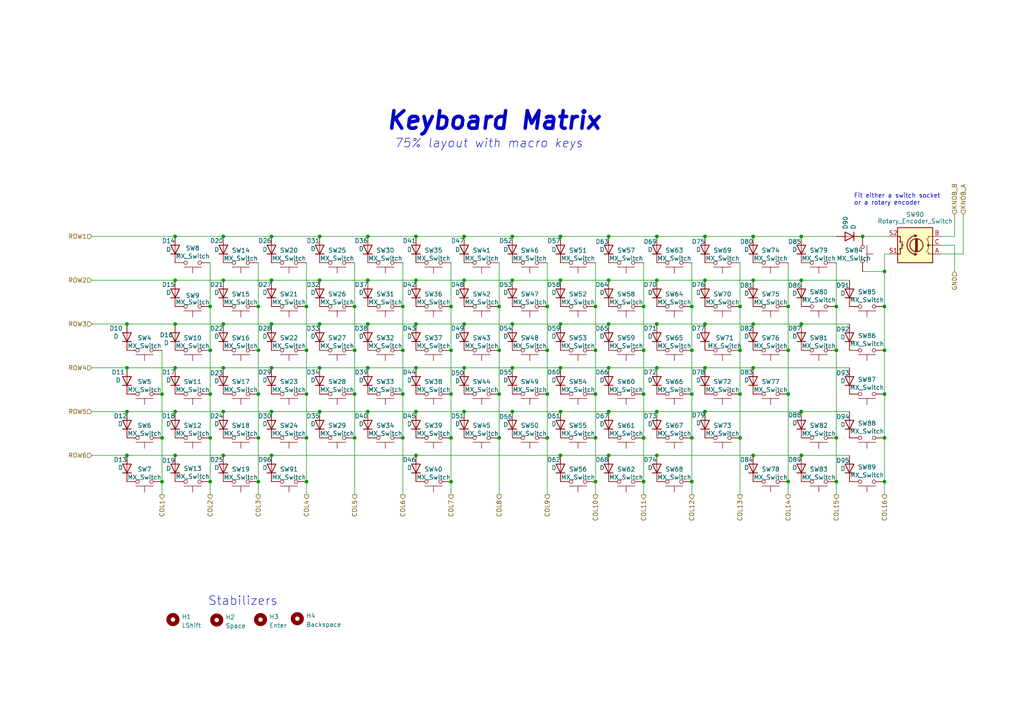
<source format=kicad_sch>
(kicad_sch (version 20211123) (generator eeschema)
  (paper "A4")
  (lib_symbols
    (symbol "Device:D" (pin_numbers hide) (pin_names (offset 1.016) hide)
      (property "Reference" "D" (at 0 2.54 0))
      (property "Value" "D" (at 0 -2.54 0))
      (symbol "D_1_1"
        (pin passive line (at -3.81 0 0) (length 2.54) (name "K") (number "1"))
        (pin passive line (at 3.81 0 180) (length 2.54) (name "A") (number "2"))
      )
    )
    (symbol "Device:RotaryEncoder_Switch" (pin_names (offset 0.254) hide)
      (property "Reference" "SW" (at 0 6.604 0))
      (property "Value" "RotaryEncoder_Switch" (at 0 -6.604 0))
      (symbol "RotaryEncoder_Switch_1_1"
        (pin passive line (at -7.62 2.54 0) (length 2.54) (name "A") (number "A"))
        (pin passive line (at -7.62 -2.54 0) (length 2.54) (name "B") (number "B"))
        (pin passive line (at -7.62 0 0) (length 2.54) (name "C") (number "C"))
        (pin passive line (at 7.62 2.54 180) (length 2.54) (name "S1") (number "S1"))
        (pin passive line (at 7.62 -2.54 180) (length 2.54) (name "S2") (number "S2"))
      )
    )
    (symbol "Mechanical:MountingHole" (pin_names (offset 1.016))
      (property "Reference" "H" (at 0 5.08 0))
      (property "Value" "MountingHole" (at 0 3.175 0))
    )
    (symbol "Switch:SW_Push" (pin_numbers hide) (pin_names (offset 1.016) hide)
      (property "Reference" "SW" (at 1.27 2.54 0))
      (property "Value" "SW_Push" (at 0 -1.524 0))
      (symbol "SW_Push_0_1"
        (pin passive line (at -5.08 0 0) (length 2.54) (name "1") (number "1"))
        (pin passive line (at 5.08 0 180) (length 2.54) (name "2") (number "2"))
      )
    )
  )
  (junction (at 256.54 88.9))
  (junction (at 250.19 68.58))
  (junction (at 228.6 114.3))
  (junction (at 60.96 88.9))
  (junction (at 176.53 93.98))
  (junction (at 148.59 93.98))
  (junction (at 172.72 88.9))
  (junction (at 172.72 127))
  (junction (at 92.71 68.58))
  (junction (at 242.57 101.6))
  (junction (at 200.66 114.3))
  (junction (at 228.6 101.6))
  (junction (at 176.53 132.08))
  (junction (at 116.84 114.3))
  (junction (at 36.83 106.68))
  (junction (at 144.78 101.6))
  (junction (at 120.65 81.28))
  (junction (at 256.54 114.3))
  (junction (at 232.41 68.58))
  (junction (at 148.59 68.58))
  (junction (at 64.77 132.08))
  (junction (at 106.68 106.68))
  (junction (at 36.83 132.08))
  (junction (at 60.96 101.6))
  (junction (at 74.93 88.9))
  (junction (at 204.47 81.28))
  (junction (at 158.75 101.6))
  (junction (at 176.53 106.68))
  (junction (at 106.68 81.28))
  (junction (at 130.81 127))
  (junction (at 176.53 119.38))
  (junction (at 134.62 93.98))
  (junction (at 200.66 88.9))
  (junction (at 134.62 106.68))
  (junction (at 46.99 139.7))
  (junction (at 162.56 81.28))
  (junction (at 232.41 93.98))
  (junction (at 200.66 127))
  (junction (at 256.54 101.6))
  (junction (at 50.8 106.68))
  (junction (at 50.8 132.08))
  (junction (at 102.87 127))
  (junction (at 88.9 114.3))
  (junction (at 88.9 127))
  (junction (at 162.56 119.38))
  (junction (at 204.47 68.58))
  (junction (at 130.81 139.7))
  (junction (at 190.5 106.68))
  (junction (at 172.72 139.7))
  (junction (at 116.84 101.6))
  (junction (at 60.96 139.7))
  (junction (at 92.71 81.28))
  (junction (at 218.44 106.68))
  (junction (at 64.77 81.28))
  (junction (at 190.5 68.58))
  (junction (at 134.62 81.28))
  (junction (at 106.68 68.58))
  (junction (at 130.81 88.9))
  (junction (at 36.83 93.98))
  (junction (at 60.96 114.3))
  (junction (at 242.57 139.7))
  (junction (at 162.56 106.68))
  (junction (at 130.81 114.3))
  (junction (at 74.93 127))
  (junction (at 120.65 93.98))
  (junction (at 64.77 93.98))
  (junction (at 88.9 139.7))
  (junction (at 50.8 119.38))
  (junction (at 120.65 132.08))
  (junction (at 232.41 81.28))
  (junction (at 218.44 81.28))
  (junction (at 74.93 139.7))
  (junction (at 148.59 81.28))
  (junction (at 106.68 93.98))
  (junction (at 200.66 101.6))
  (junction (at 204.47 119.38))
  (junction (at 78.74 132.08))
  (junction (at 46.99 114.3))
  (junction (at 232.41 119.38))
  (junction (at 120.65 119.38))
  (junction (at 242.57 88.9))
  (junction (at 232.41 132.08))
  (junction (at 228.6 88.9))
  (junction (at 116.84 88.9))
  (junction (at 190.5 119.38))
  (junction (at 214.63 127))
  (junction (at 162.56 68.58))
  (junction (at 186.69 139.7))
  (junction (at 172.72 114.3))
  (junction (at 50.8 93.98))
  (junction (at 46.99 127))
  (junction (at 64.77 68.58))
  (junction (at 186.69 127))
  (junction (at 148.59 106.68))
  (junction (at 256.54 78.74))
  (junction (at 158.75 114.3))
  (junction (at 162.56 93.98))
  (junction (at 218.44 68.58))
  (junction (at 50.8 68.58))
  (junction (at 102.87 88.9))
  (junction (at 134.62 68.58))
  (junction (at 218.44 93.98))
  (junction (at 176.53 81.28))
  (junction (at 92.71 93.98))
  (junction (at 78.74 81.28))
  (junction (at 256.54 127))
  (junction (at 74.93 114.3))
  (junction (at 134.62 119.38))
  (junction (at 172.72 101.6))
  (junction (at 190.5 132.08))
  (junction (at 88.9 88.9))
  (junction (at 36.83 119.38))
  (junction (at 78.74 106.68))
  (junction (at 218.44 132.08))
  (junction (at 256.54 139.7))
  (junction (at 214.63 101.6))
  (junction (at 204.47 93.98))
  (junction (at 162.56 132.08))
  (junction (at 106.68 119.38))
  (junction (at 92.71 106.68))
  (junction (at 130.81 101.6))
  (junction (at 120.65 68.58))
  (junction (at 176.53 68.58))
  (junction (at 214.63 114.3))
  (junction (at 204.47 106.68))
  (junction (at 144.78 127))
  (junction (at 214.63 88.9))
  (junction (at 144.78 88.9))
  (junction (at 64.77 106.68))
  (junction (at 74.93 101.6))
  (junction (at 78.74 93.98))
  (junction (at 78.74 119.38))
  (junction (at 186.69 114.3))
  (junction (at 228.6 139.7))
  (junction (at 242.57 127))
  (junction (at 102.87 101.6))
  (junction (at 158.75 88.9))
  (junction (at 186.69 101.6))
  (junction (at 190.5 93.98))
  (junction (at 144.78 114.3))
  (junction (at 186.69 88.9))
  (junction (at 158.75 127))
  (junction (at 60.96 127))
  (junction (at 120.65 106.68))
  (junction (at 148.59 119.38))
  (junction (at 200.66 139.7))
  (junction (at 92.71 119.38))
  (junction (at 190.5 81.28))
  (junction (at 78.74 68.58))
  (junction (at 88.9 101.6))
  (junction (at 116.84 127))
  (junction (at 64.77 119.38))
  (junction (at 50.8 81.28))
  (junction (at 102.87 114.3))
  (wire (pts (xy 256.54 127) (xy 256.54 139.7)))
  (wire (pts (xy 158.75 114.3) (xy 158.75 127)))
  (wire (pts (xy 256.54 78.74) (xy 256.54 73.66)))
  (wire (pts (xy 134.62 119.38) (xy 148.59 119.38)))
  (wire (pts (xy 50.8 106.68) (xy 64.77 106.68)))
  (wire (pts (xy 158.75 127) (xy 158.75 143.51)))
  (wire (pts (xy 60.96 139.7) (xy 60.96 143.51)))
  (wire (pts (xy 200.66 127) (xy 200.66 139.7)))
  (wire (pts (xy 74.93 101.6) (xy 74.93 114.3)))
  (wire (pts (xy 120.65 93.98) (xy 134.62 93.98)))
  (wire (pts (xy 276.86 68.58) (xy 273.05 68.58)))
  (wire (pts (xy 232.41 132.08) (xy 246.38 132.08)))
  (wire (pts (xy 186.69 114.3) (xy 186.69 127)))
  (wire (pts (xy 78.74 81.28) (xy 92.71 81.28)))
  (wire (pts (xy 64.77 68.58) (xy 78.74 68.58)))
  (wire (pts (xy 176.53 68.58) (xy 190.5 68.58)))
  (wire (pts (xy 204.47 119.38) (xy 232.41 119.38)))
  (wire (pts (xy 172.72 101.6) (xy 172.72 114.3)))
  (wire (pts (xy 134.62 68.58) (xy 148.59 68.58)))
  (wire (pts (xy 26.67 93.98) (xy 36.83 93.98)))
  (wire (pts (xy 50.8 68.58) (xy 64.77 68.58)))
  (wire (pts (xy 36.83 93.98) (xy 50.8 93.98)))
  (wire (pts (xy 186.69 88.9) (xy 186.69 101.6)))
  (wire (pts (xy 204.47 93.98) (xy 218.44 93.98)))
  (wire (pts (xy 242.57 76.2) (xy 242.57 88.9)))
  (wire (pts (xy 190.5 81.28) (xy 204.47 81.28)))
  (wire (pts (xy 74.93 127) (xy 74.93 139.7)))
  (wire (pts (xy 92.71 68.58) (xy 106.68 68.58)))
  (wire (pts (xy 74.93 139.7) (xy 74.93 143.51)))
  (wire (pts (xy 256.54 73.66) (xy 257.81 73.66)))
  (wire (pts (xy 228.6 88.9) (xy 228.6 101.6)))
  (wire (pts (xy 176.53 106.68) (xy 190.5 106.68)))
  (wire (pts (xy 273.05 71.12) (xy 276.86 71.12)))
  (wire (pts (xy 200.66 76.2) (xy 200.66 88.9)))
  (wire (pts (xy 218.44 93.98) (xy 232.41 93.98)))
  (wire (pts (xy 204.47 81.28) (xy 218.44 81.28)))
  (wire (pts (xy 144.78 76.2) (xy 144.78 88.9)))
  (wire (pts (xy 190.5 119.38) (xy 204.47 119.38)))
  (wire (pts (xy 116.84 101.6) (xy 116.84 114.3)))
  (wire (pts (xy 144.78 127) (xy 144.78 143.51)))
  (wire (pts (xy 256.54 88.9) (xy 256.54 101.6)))
  (wire (pts (xy 64.77 93.98) (xy 78.74 93.98)))
  (wire (pts (xy 214.63 114.3) (xy 214.63 127)))
  (wire (pts (xy 26.67 132.08) (xy 36.83 132.08)))
  (wire (pts (xy 242.57 101.6) (xy 242.57 127)))
  (wire (pts (xy 134.62 81.28) (xy 148.59 81.28)))
  (wire (pts (xy 214.63 76.2) (xy 214.63 88.9)))
  (wire (pts (xy 148.59 106.68) (xy 162.56 106.68)))
  (wire (pts (xy 232.41 119.38) (xy 246.38 119.38)))
  (wire (pts (xy 250.19 68.58) (xy 257.81 68.58)))
  (wire (pts (xy 78.74 68.58) (xy 92.71 68.58)))
  (wire (pts (xy 60.96 127) (xy 60.96 139.7)))
  (wire (pts (xy 162.56 106.68) (xy 176.53 106.68)))
  (wire (pts (xy 200.66 101.6) (xy 200.66 114.3)))
  (wire (pts (xy 148.59 81.28) (xy 162.56 81.28)))
  (wire (pts (xy 106.68 81.28) (xy 120.65 81.28)))
  (wire (pts (xy 214.63 88.9) (xy 214.63 101.6)))
  (wire (pts (xy 130.81 139.7) (xy 130.81 143.51)))
  (wire (pts (xy 116.84 76.2) (xy 116.84 88.9)))
  (wire (pts (xy 256.54 114.3) (xy 256.54 127)))
  (wire (pts (xy 176.53 81.28) (xy 190.5 81.28)))
  (wire (pts (xy 50.8 132.08) (xy 64.77 132.08)))
  (wire (pts (xy 130.81 76.2) (xy 130.81 88.9)))
  (wire (pts (xy 88.9 88.9) (xy 88.9 101.6)))
  (wire (pts (xy 46.99 127) (xy 46.99 139.7)))
  (wire (pts (xy 204.47 106.68) (xy 218.44 106.68)))
  (wire (pts (xy 204.47 68.58) (xy 218.44 68.58)))
  (wire (pts (xy 120.65 119.38) (xy 134.62 119.38)))
  (wire (pts (xy 176.53 132.08) (xy 190.5 132.08)))
  (wire (pts (xy 60.96 114.3) (xy 60.96 127)))
  (wire (pts (xy 74.93 88.9) (xy 74.93 101.6)))
  (wire (pts (xy 148.59 119.38) (xy 162.56 119.38)))
  (wire (pts (xy 92.71 81.28) (xy 106.68 81.28)))
  (wire (pts (xy 102.87 88.9) (xy 102.87 101.6)))
  (wire (pts (xy 88.9 114.3) (xy 88.9 127)))
  (wire (pts (xy 92.71 106.68) (xy 106.68 106.68)))
  (wire (pts (xy 162.56 119.38) (xy 176.53 119.38)))
  (wire (pts (xy 116.84 127) (xy 116.84 143.51)))
  (wire (pts (xy 60.96 101.6) (xy 60.96 114.3)))
  (wire (pts (xy 64.77 106.68) (xy 78.74 106.68)))
  (wire (pts (xy 186.69 143.51) (xy 186.69 139.7)))
  (wire (pts (xy 172.72 88.9) (xy 172.72 101.6)))
  (wire (pts (xy 50.8 81.28) (xy 64.77 81.28)))
  (wire (pts (xy 232.41 81.28) (xy 246.38 81.28)))
  (wire (pts (xy 148.59 93.98) (xy 162.56 93.98)))
  (wire (pts (xy 242.57 88.9) (xy 242.57 101.6)))
  (wire (pts (xy 46.99 143.51) (xy 46.99 139.7)))
  (wire (pts (xy 256.54 139.7) (xy 256.54 143.51)))
  (wire (pts (xy 102.87 101.6) (xy 102.87 114.3)))
  (wire (pts (xy 106.68 68.58) (xy 120.65 68.58)))
  (wire (pts (xy 130.81 114.3) (xy 130.81 127)))
  (wire (pts (xy 162.56 68.58) (xy 176.53 68.58)))
  (wire (pts (xy 102.87 114.3) (xy 102.87 127)))
  (wire (pts (xy 256.54 101.6) (xy 256.54 114.3)))
  (wire (pts (xy 26.67 106.68) (xy 36.83 106.68)))
  (wire (pts (xy 218.44 106.68) (xy 246.38 106.68)))
  (wire (pts (xy 186.69 127) (xy 186.69 139.7)))
  (wire (pts (xy 279.4 62.23) (xy 279.4 73.66)))
  (wire (pts (xy 130.81 101.6) (xy 130.81 114.3)))
  (wire (pts (xy 102.87 76.2) (xy 102.87 88.9)))
  (wire (pts (xy 162.56 132.08) (xy 176.53 132.08)))
  (wire (pts (xy 130.81 127) (xy 130.81 139.7)))
  (wire (pts (xy 176.53 119.38) (xy 190.5 119.38)))
  (wire (pts (xy 74.93 114.3) (xy 74.93 127)))
  (wire (pts (xy 228.6 101.6) (xy 228.6 114.3)))
  (wire (pts (xy 276.86 71.12) (xy 276.86 78.74)))
  (wire (pts (xy 46.99 101.6) (xy 46.99 114.3)))
  (wire (pts (xy 276.86 62.23) (xy 276.86 68.58)))
  (wire (pts (xy 256.54 78.74) (xy 256.54 88.9)))
  (wire (pts (xy 46.99 114.3) (xy 46.99 127)))
  (wire (pts (xy 106.68 119.38) (xy 120.65 119.38)))
  (wire (pts (xy 88.9 76.2) (xy 88.9 88.9)))
  (wire (pts (xy 106.68 106.68) (xy 120.65 106.68)))
  (wire (pts (xy 228.6 76.2) (xy 228.6 88.9)))
  (wire (pts (xy 190.5 93.98) (xy 204.47 93.98)))
  (wire (pts (xy 218.44 81.28) (xy 232.41 81.28)))
  (wire (pts (xy 102.87 127) (xy 102.87 143.51)))
  (wire (pts (xy 279.4 73.66) (xy 273.05 73.66)))
  (wire (pts (xy 36.83 132.08) (xy 50.8 132.08)))
  (wire (pts (xy 232.41 93.98) (xy 246.38 93.98)))
  (wire (pts (xy 88.9 139.7) (xy 88.9 143.51)))
  (wire (pts (xy 158.75 76.2) (xy 158.75 88.9)))
  (wire (pts (xy 88.9 127) (xy 88.9 139.7)))
  (wire (pts (xy 186.69 76.2) (xy 186.69 88.9)))
  (wire (pts (xy 176.53 93.98) (xy 190.5 93.98)))
  (wire (pts (xy 190.5 106.68) (xy 204.47 106.68)))
  (wire (pts (xy 190.5 132.08) (xy 218.44 132.08)))
  (wire (pts (xy 116.84 114.3) (xy 116.84 127)))
  (wire (pts (xy 172.72 139.7) (xy 172.72 143.51)))
  (wire (pts (xy 50.8 119.38) (xy 64.77 119.38)))
  (wire (pts (xy 200.66 88.9) (xy 200.66 101.6)))
  (wire (pts (xy 190.5 68.58) (xy 204.47 68.58)))
  (wire (pts (xy 64.77 81.28) (xy 78.74 81.28)))
  (wire (pts (xy 214.63 127) (xy 214.63 143.51)))
  (wire (pts (xy 134.62 93.98) (xy 148.59 93.98)))
  (wire (pts (xy 74.93 76.2) (xy 74.93 88.9)))
  (wire (pts (xy 106.68 93.98) (xy 120.65 93.98)))
  (wire (pts (xy 134.62 106.68) (xy 148.59 106.68)))
  (wire (pts (xy 116.84 88.9) (xy 116.84 101.6)))
  (wire (pts (xy 92.71 93.98) (xy 106.68 93.98)))
  (wire (pts (xy 50.8 93.98) (xy 64.77 93.98)))
  (wire (pts (xy 64.77 119.38) (xy 78.74 119.38)))
  (wire (pts (xy 144.78 101.6) (xy 144.78 114.3)))
  (wire (pts (xy 172.72 76.2) (xy 172.72 88.9)))
  (wire (pts (xy 218.44 132.08) (xy 232.41 132.08)))
  (wire (pts (xy 144.78 88.9) (xy 144.78 101.6)))
  (wire (pts (xy 228.6 139.7) (xy 228.6 143.51)))
  (wire (pts (xy 242.57 127) (xy 242.57 139.7)))
  (wire (pts (xy 26.67 81.28) (xy 50.8 81.28)))
  (wire (pts (xy 78.74 106.68) (xy 92.71 106.68)))
  (wire (pts (xy 250.19 78.74) (xy 256.54 78.74)))
  (wire (pts (xy 130.81 88.9) (xy 130.81 101.6)))
  (wire (pts (xy 144.78 114.3) (xy 144.78 127)))
  (wire (pts (xy 78.74 119.38) (xy 92.71 119.38)))
  (wire (pts (xy 200.66 114.3) (xy 200.66 127)))
  (wire (pts (xy 158.75 101.6) (xy 158.75 114.3)))
  (wire (pts (xy 200.66 139.7) (xy 200.66 143.51)))
  (wire (pts (xy 64.77 132.08) (xy 78.74 132.08)))
  (wire (pts (xy 214.63 101.6) (xy 214.63 114.3)))
  (wire (pts (xy 218.44 68.58) (xy 232.41 68.58)))
  (wire (pts (xy 26.67 68.58) (xy 50.8 68.58)))
  (wire (pts (xy 26.67 119.38) (xy 36.83 119.38)))
  (wire (pts (xy 60.96 76.2) (xy 60.96 88.9)))
  (wire (pts (xy 228.6 114.3) (xy 228.6 139.7)))
  (wire (pts (xy 36.83 119.38) (xy 50.8 119.38)))
  (wire (pts (xy 92.71 119.38) (xy 106.68 119.38)))
  (wire (pts (xy 158.75 88.9) (xy 158.75 101.6)))
  (wire (pts (xy 36.83 106.68) (xy 50.8 106.68)))
  (wire (pts (xy 232.41 68.58) (xy 242.57 68.58)))
  (wire (pts (xy 120.65 81.28) (xy 134.62 81.28)))
  (wire (pts (xy 120.65 106.68) (xy 134.62 106.68)))
  (wire (pts (xy 78.74 132.08) (xy 120.65 132.08)))
  (wire (pts (xy 78.74 93.98) (xy 92.71 93.98)))
  (wire (pts (xy 172.72 114.3) (xy 172.72 127)))
  (wire (pts (xy 162.56 81.28) (xy 176.53 81.28)))
  (wire (pts (xy 186.69 101.6) (xy 186.69 114.3)))
  (wire (pts (xy 242.57 139.7) (xy 242.57 143.51)))
  (wire (pts (xy 60.96 88.9) (xy 60.96 101.6)))
  (wire (pts (xy 162.56 93.98) (xy 176.53 93.98)))
  (wire (pts (xy 88.9 101.6) (xy 88.9 114.3)))
  (wire (pts (xy 172.72 127) (xy 172.72 139.7)))
  (wire (pts (xy 120.65 68.58) (xy 134.62 68.58)))
  (wire (pts (xy 148.59 68.58) (xy 162.56 68.58)))
  (wire (pts (xy 120.65 132.08) (xy 162.56 132.08)))
  (text "75% layout with macro keys" (at 114.3 43.18 0) (effects (font (size 2.54 2.54) italic) (justify left bottom)))
  (text "Stabilizers" (at 60.325 175.895 0) (effects (font (size 2.54 2.54)) (justify left bottom)))
  (text "Fit either a switch socket\nor a rotary encoder" (at 247.65 59.69 0) (effects (font (size 1.27 1.27)) (justify left bottom)))
  (text "Keyboard Matrix" (at 111.76 38.1 0) (effects (font (size 5.08 5.08) (thickness 1.016) bold italic) (justify left bottom)))
  (hierarchical_label "ROW2" (shape input) (at 26.67 81.28 180))
  (hierarchical_label "COL8" (shape output) (at 144.78 143.51 270))
  (hierarchical_label "ROW3" (shape input) (at 26.67 93.98 180))
  (hierarchical_label "COL1" (shape output) (at 46.99 143.51 270))
  (hierarchical_label "COL15" (shape output) (at 242.57 143.51 270))
  (hierarchical_label "COL5" (shape output) (at 102.87 143.51 270))
  (hierarchical_label "KNOB_A" (shape input) (at 279.4 62.23 90))
  (hierarchical_label "COL7" (shape output) (at 130.81 143.51 270))
  (hierarchical_label "COL9" (shape output) (at 158.75 143.51 270))
  (hierarchical_label "COL10" (shape output) (at 172.72 143.51 270))
  (hierarchical_label "COL3" (shape output) (at 74.93 143.51 270))
  (hierarchical_label "COL11" (shape output) (at 186.69 143.51 270))
  (hierarchical_label "COL16" (shape output) (at 256.54 143.51 270))
  (hierarchical_label "COL2" (shape output) (at 60.96 143.51 270))
  (hierarchical_label "COL13" (shape output) (at 214.63 143.51 270))
  (hierarchical_label "COL14" (shape output) (at 228.6 143.51 270))
  (hierarchical_label "ROW5" (shape input) (at 26.67 119.38 180))
  (hierarchical_label "COL6" (shape output) (at 116.84 143.51 270))
  (hierarchical_label "COL4" (shape output) (at 88.9 143.51 270))
  (hierarchical_label "KNOB_B" (shape input) (at 276.86 62.23 90))
  (hierarchical_label "ROW1" (shape input) (at 26.67 68.58 180))
  (hierarchical_label "COL12" (shape output) (at 200.66 143.51 270))
  (hierarchical_label "ROW4" (shape input) (at 26.67 106.68 180))
  (hierarchical_label "GND" (shape input) (at 276.86 78.74 270))
  (hierarchical_label "ROW6" (shape input) (at 26.67 132.08 180))
  (symbol (lib_id "Switch:SW_Push") (at 181.61 139.7 180) (unit 1)
    (property "Reference" "SW62" (at 181.61 136.1186 0))
    (property "Value" "MX_Switch" (at 181.61 138.43 0))
    (property "Footprint" "Switch_Keyboard_Kailh:SW_Hotswap_Kailh_MX_plated_1.00u" (effects hide))
    (property "LSCS" "C5156480" (effects hide))
  )
  (symbol (lib_id "Switch:SW_Push") (at 153.67 127 180) (unit 1)
    (property "Reference" "SW50" (at 153.67 123.4186 0))
    (property "Value" "MX_Switch" (at 153.67 125.73 0))
    (property "Footprint" "Switch_Keyboard_Kailh:SW_Hotswap_Kailh_MX_plated_1.00u" (effects hide))
    (property "LSCS" "C5156480" (effects hide))
  )
  (symbol (lib_id "Switch:SW_Push") (at 181.61 114.3 180) (unit 1)
    (property "Reference" "SW60" (at 181.61 110.7186 0))
    (property "Value" "MX_Switch" (at 181.61 113.03 0))
    (property "Footprint" "Switch_Keyboard_Kailh:SW_Hotswap_Kailh_MX_plated_1.00u" (effects hide))
    (property "LSCS" "C5156480" (effects hide))
  )
  (symbol (lib_id "Device:D") (at 36.83 123.19 90) (unit 1)
    (property "Reference" "D12" (at 34.925 120.65 90))
    (property "Value" "D" (at 34.925 122.9614 90))
    (property "Footprint" "Diode_SMD:D_SOD-323" (effects hide))
    (property "LSCS" "C2128" (effects hide))
  )
  (symbol (lib_id "Device:D") (at 50.8 72.39 90) (unit 1)
    (property "Reference" "D14" (at 48.895 69.85 90))
    (property "Value" "D" (at 48.895 72.39 90))
    (property "Footprint" "Diode_SMD:D_SOD-323" (effects hide))
    (property "LSCS" "C2128" (effects hide))
  )
  (symbol (lib_id "Switch:SW_Push") (at 167.64 101.6 180) (unit 1)
    (property "Reference" "SW53" (at 167.64 98.0186 0))
    (property "Value" "MX_Switch" (at 167.64 100.33 0))
    (property "Footprint" "Switch_Keyboard_Kailh:SW_Hotswap_Kailh_MX_plated_1.00u" (effects hide))
    (property "LSCS" "C5156480" (effects hide))
  )
  (symbol (lib_id "Device:D") (at 162.56 110.49 90) (unit 1)
    (property "Reference" "D60" (at 160.655 107.95 90))
    (property "Value" "D" (at 160.655 110.2614 90))
    (property "Footprint" "Diode_SMD:D_SOD-323" (effects hide))
    (property "LSCS" "C2128" (effects hide))
  )
  (symbol (lib_id "Switch:SW_Push") (at 223.52 88.9 180) (unit 1)
    (property "Reference" "SW75" (at 223.52 85.3186 0))
    (property "Value" "MX_Switch" (at 223.52 87.63 0))
    (property "Footprint" "Switch_Keyboard_Kailh:SW_Hotswap_Kailh_MX_plated_1.00u" (effects hide))
    (property "LSCS" "C5156480" (effects hide))
  )
  (symbol (lib_id "Device:D") (at 120.65 123.19 90) (unit 1)
    (property "Reference" "D45" (at 118.745 120.65 90))
    (property "Value" "D" (at 118.745 122.9614 90))
    (property "Footprint" "Diode_SMD:D_SOD-323" (effects hide))
    (property "LSCS" "C2128" (effects hide))
  )
  (symbol (lib_id "Switch:SW_Push") (at 111.76 127 180) (unit 1)
    (property "Reference" "SW34" (at 111.76 123.4186 0))
    (property "Value" "MX_Switch" (at 111.76 125.73 0))
    (property "Footprint" "Switch_Keyboard_Kailh:SW_Hotswap_Kailh_MX_plated_1.00u" (effects hide))
    (property "LSCS" "C5156480" (effects hide))
  )
  (symbol (lib_id "Switch:SW_Push") (at 111.76 101.6 180) (unit 1)
    (property "Reference" "SW32" (at 111.76 98.0186 0))
    (property "Value" "MX_Switch" (at 111.76 100.33 0))
    (property "Footprint" "Switch_Keyboard_Kailh:SW_Hotswap_Kailh_MX_plated_1.00u" (effects hide))
    (property "LSCS" "C5156480" (effects hide))
  )
  (symbol (lib_id "Device:D") (at 218.44 110.49 90) (unit 1)
    (property "Reference" "D83" (at 216.535 107.95 90))
    (property "Value" "D" (at 216.535 110.2614 90))
    (property "Footprint" "Diode_SMD:D_SOD-323" (effects hide))
    (property "LSCS" "C2128" (effects hide))
  )
  (symbol (lib_id "Device:D") (at 232.41 72.39 90) (unit 1)
    (property "Reference" "D85" (at 230.505 70.0786 90))
    (property "Value" "D" (at 230.505 72.39 90))
    (property "Footprint" "Diode_SMD:D_SOD-323" (effects hide))
    (property "LSCS" "C2128" (effects hide))
  )
  (symbol (lib_id "Device:D") (at 106.68 97.79 90) (unit 1)
    (property "Reference" "D38" (at 104.775 95.25 90))
    (property "Value" "D" (at 104.775 97.5614 90))
    (property "Footprint" "Diode_SMD:D_SOD-323" (effects hide))
    (property "LSCS" "C2128" (effects hide))
  )
  (symbol (lib_id "Device:D") (at 232.41 85.09 90) (unit 1)
    (property "Reference" "D86" (at 230.505 82.7786 90))
    (property "Value" "D" (at 230.505 85.09 90))
    (property "Footprint" "Diode_SMD:D_SOD-323" (effects hide))
    (property "LSCS" "C2128" (effects hide))
  )
  (symbol (lib_id "Switch:SW_Push") (at 55.88 127 180) (unit 1)
    (property "Reference" "SW12" (at 55.88 123.4186 0))
    (property "Value" "MX_Switch" (at 55.88 125.73 0))
    (property "Footprint" "Switch_Keyboard_Kailh:SW_Hotswap_Kailh_MX_plated_2.25u" (effects hide))
    (property "LSCS" "C5156480" (effects hide))
  )
  (symbol (lib_id "Switch:SW_Push") (at 223.52 114.3 180) (unit 1)
    (property "Reference" "SW77" (at 223.52 110.7186 0))
    (property "Value" "MX_Switch" (at 223.52 113.03 0))
    (property "Footprint" "Switch_Keyboard_Kailh:SW_Hotswap_Kailh_MX_plated_2.25u" (effects hide))
    (property "LSCS" "C5156480" (effects hide))
  )
  (symbol (lib_id "Device:D") (at 120.65 85.09 90) (unit 1)
    (property "Reference" "D42" (at 118.745 82.55 90))
    (property "Value" "D" (at 118.745 84.8614 90))
    (property "Footprint" "Diode_SMD:D_SOD-323" (effects hide))
    (property "LSCS" "C2128" (effects hide))
  )
  (symbol (lib_id "Switch:SW_Push") (at 153.67 101.6 180) (unit 1)
    (property "Reference" "SW48" (at 153.67 98.0186 0))
    (property "Value" "MX_Switch" (at 153.67 100.33 0))
    (property "Footprint" "Switch_Keyboard_Kailh:SW_Hotswap_Kailh_MX_plated_1.00u" (effects hide))
    (property "LSCS" "C5156480" (effects hide))
  )
  (symbol (lib_id "Device:D") (at 232.41 123.19 90) (unit 1)
    (property "Reference" "D88" (at 230.505 120.396 90))
    (property "Value" "D" (at 230.505 122.7074 90))
    (property "Footprint" "Diode_SMD:D_SOD-323" (effects hide))
    (property "LSCS" "C2128" (effects hide))
  )
  (symbol (lib_id "Device:D") (at 92.71 85.09 90) (unit 1)
    (property "Reference" "D32" (at 90.805 82.55 90))
    (property "Value" "D" (at 90.805 84.8614 90))
    (property "Footprint" "Diode_SMD:D_SOD-323" (effects hide))
    (property "LSCS" "C2128" (effects hide))
  )
  (symbol (lib_id "Device:D") (at 190.5 72.39 90) (unit 1)
    (property "Reference" "D69" (at 188.595 70.0786 90))
    (property "Value" "D" (at 188.595 72.39 90))
    (property "Footprint" "Diode_SMD:D_SOD-323" (effects hide))
    (property "LSCS" "C2128" (effects hide))
  )
  (symbol (lib_id "Switch:SW_Push") (at 97.79 114.3 180) (unit 1)
    (property "Reference" "SW28" (at 97.79 110.7186 0))
    (property "Value" "MX_Switch" (at 97.79 113.03 0))
    (property "Footprint" "Switch_Keyboard_Kailh:SW_Hotswap_Kailh_MX_plated_1.00u" (effects hide))
    (property "LSCS" "C5156480" (effects hide))
  )
  (symbol (lib_id "Device:D") (at 176.53 110.49 90) (unit 1)
    (property "Reference" "D66" (at 174.625 107.95 90))
    (property "Value" "D" (at 174.625 110.2614 90))
    (property "Footprint" "Diode_SMD:D_SOD-323" (effects hide))
    (property "LSCS" "C2128" (effects hide))
  )
  (symbol (lib_id "Device:D") (at 246.38 123.19 90) (unit 1)
    (property "Reference" "D94" (at 244.475 120.8786 90))
    (property "Value" "D" (at 244.475 123.19 90))
    (property "Footprint" "Diode_SMD:D_SOD-323" (effects hide))
    (property "LSCS" "C2128" (effects hide))
  )
  (symbol (lib_id "Switch:SW_Push") (at 139.7 88.9 180) (unit 1)
    (property "Reference" "SW42" (at 139.7 85.3186 0))
    (property "Value" "MX_Switch" (at 139.7 87.63 0))
    (property "Footprint" "Switch_Keyboard_Kailh:SW_Hotswap_Kailh_MX_plated_1.00u" (effects hide))
    (property "LSCS" "C5156480" (effects hide))
  )
  (symbol (lib_id "Device:D") (at 50.8 135.89 90) (unit 1)
    (property "Reference" "D19" (at 48.895 133.5786 90))
    (property "Value" "D" (at 48.895 135.89 90))
    (property "Footprint" "Diode_SMD:D_SOD-323" (effects hide))
    (property "LSCS" "C2128" (effects hide))
  )
  (symbol (lib_id "Device:D") (at 78.74 97.79 90) (unit 1)
    (property "Reference" "D28" (at 76.835 95.25 90))
    (property "Value" "D" (at 76.835 97.5614 90))
    (property "Footprint" "Diode_SMD:D_SOD-323" (effects hide))
    (property "LSCS" "C2128" (effects hide))
  )
  (symbol (lib_id "Device:D") (at 120.65 110.49 90) (unit 1)
    (property "Reference" "D44" (at 118.745 107.95 90))
    (property "Value" "D" (at 118.745 110.2614 90))
    (property "Footprint" "Diode_SMD:D_SOD-323" (effects hide))
    (property "LSCS" "C2128" (effects hide))
  )
  (symbol (lib_id "Switch:SW_Push") (at 139.7 127 180) (unit 1)
    (property "Reference" "SW45" (at 139.7 123.4186 0))
    (property "Value" "MX_Switch" (at 139.7 125.73 0))
    (property "Footprint" "Switch_Keyboard_Kailh:SW_Hotswap_Kailh_MX_plated_1.00u" (effects hide))
    (property "LSCS" "C5156480" (effects hide))
  )
  (symbol (lib_id "Switch:SW_Push") (at 83.82 76.2 180) (unit 1)
    (property "Reference" "SW20" (at 83.82 72.6186 0))
    (property "Value" "MX_Switch" (at 83.82 74.93 0))
    (property "Footprint" "Switch_Keyboard_Kailh:SW_Hotswap_Kailh_MX_plated_1.00u" (effects hide))
    (property "LSCS" "C5156480" (effects hide))
  )
  (symbol (lib_id "Device:D") (at 176.53 97.79 90) (unit 1)
    (property "Reference" "D65" (at 174.625 95.25 90))
    (property "Value" "D" (at 174.625 97.5614 90))
    (property "Footprint" "Diode_SMD:D_SOD-323" (effects hide))
    (property "LSCS" "C2128" (effects hide))
  )
  (symbol (lib_id "Switch:SW_Push") (at 209.55 76.2 180) (unit 1)
    (property "Reference" "SW69" (at 209.55 72.6186 0))
    (property "Value" "MX_Switch" (at 209.55 74.93 0))
    (property "Footprint" "Switch_Keyboard_Kailh:SW_Hotswap_Kailh_MX_plated_1.00u" (effects hide))
    (property "LSCS" "C5156480" (effects hide))
  )
  (symbol (lib_id "Switch:SW_Push") (at 181.61 76.2 180) (unit 1)
    (property "Reference" "SW57" (at 181.61 72.6186 0))
    (property "Value" "MX_Switch" (at 181.61 74.93 0))
    (property "Footprint" "Switch_Keyboard_Kailh:SW_Hotswap_Kailh_MX_plated_1.00u" (effects hide))
    (property "LSCS" "C5156480" (effects hide))
  )
  (symbol (lib_id "Device:D") (at 148.59 123.19 90) (unit 1)
    (property "Reference" "D56" (at 146.685 120.8786 90))
    (property "Value" "D" (at 146.685 123.19 90))
    (property "Footprint" "Diode_SMD:D_SOD-323" (effects hide))
    (property "LSCS" "C2128" (effects hide))
  )
  (symbol (lib_id "Device:D") (at 176.53 72.39 90) (unit 1)
    (property "Reference" "D63" (at 174.625 70.0786 90))
    (property "Value" "D" (at 174.625 72.39 90))
    (property "Footprint" "Diode_SMD:D_SOD-323" (effects hide))
    (property "LSCS" "C2128" (effects hide))
  )
  (symbol (lib_id "Switch:SW_Push") (at 69.85 127 180) (unit 1)
    (property "Reference" "SW18" (at 69.85 123.4186 0))
    (property "Value" "MX_Switch" (at 69.85 125.73 0))
    (property "Footprint" "Switch_Keyboard_Kailh:SW_Hotswap_Kailh_MX_plated_1.00u" (effects hide))
    (property "LSCS" "C5156480" (effects hide))
  )
  (symbol (lib_id "Switch:SW_Push") (at 111.76 114.3 180) (unit 1)
    (property "Reference" "SW33" (at 111.76 110.7186 0))
    (property "Value" "MX_Switch" (at 111.76 113.03 0))
    (property "Footprint" "Switch_Keyboard_Kailh:SW_Hotswap_Kailh_MX_plated_1.00u" (effects hide))
    (property "LSCS" "C5156480" (effects hide))
  )
  (symbol (lib_id "Device:D") (at 176.53 135.89 90) (unit 1)
    (property "Reference" "D68" (at 174.625 133.35 90))
    (property "Value" "D" (at 174.625 135.6614 90))
    (property "Footprint" "Diode_SMD:D_SOD-323" (effects hide))
    (property "LSCS" "C2128" (effects hide))
  )
  (symbol (lib_id "Switch:SW_Push") (at 209.55 127 180) (unit 1)
    (property "Reference" "SW73" (at 209.55 123.4186 0))
    (property "Value" "MX_Switch" (at 209.55 125.73 0))
    (property "Footprint" "Switch_Keyboard_Kailh:SW_Hotswap_Kailh_MX_plated_1.75u" (effects hide))
    (property "LSCS" "C5156480" (effects hide))
  )
  (symbol (lib_id "Device:D") (at 204.47 97.79 90) (unit 1)
    (property "Reference" "D77" (at 202.565 95.25 90))
    (property "Value" "D" (at 202.565 97.5614 90))
    (property "Footprint" "Diode_SMD:D_SOD-323" (effects hide))
    (property "LSCS" "C2128" (effects hide))
  )
  (symbol (lib_id "Switch:SW_Push") (at 55.88 139.7 180) (unit 1)
    (property "Reference" "SW13" (at 55.88 135.89 0))
    (property "Value" "MX_Switch" (at 55.88 138.2014 0))
    (property "Footprint" "Switch_Keyboard_Kailh:SW_Hotswap_Kailh_MX_plated_1.25u" (effects hide))
    (property "LSCS" "C5156480" (effects hide))
  )
  (symbol (lib_id "Switch:SW_Push") (at 209.55 101.6 180) (unit 1)
    (property "Reference" "SW71" (at 210.185 98.0186 0))
    (property "Value" "MX_Switch" (at 210.185 100.33 0))
    (property "Footprint" "Switch_Keyboard_Kailh:SW_Hotswap_Kailh_MX_plated_1.00u" (effects hide))
    (property "LSCS" "C5156480" (effects hide))
  )
  (symbol (lib_id "Device:D") (at 162.56 72.39 90) (unit 1)
    (property "Reference" "D57" (at 160.655 69.85 90))
    (property "Value" "D" (at 160.655 72.39 90))
    (property "Footprint" "Diode_SMD:D_SOD-323" (effects hide))
    (property "LSCS" "C2128" (effects hide))
  )
  (symbol (lib_id "Device:D") (at 64.77 97.79 90) (unit 1)
    (property "Reference" "D22" (at 62.865 95.25 90))
    (property "Value" "D" (at 62.865 97.5614 90))
    (property "Footprint" "Diode_SMD:D_SOD-323" (effects hide))
    (property "LSCS" "C2128" (effects hide))
  )
  (symbol (lib_id "Device:D") (at 78.74 110.49 90) (unit 1)
    (property "Reference" "D29" (at 76.835 107.95 90))
    (property "Value" "D" (at 76.835 110.2614 90))
    (property "Footprint" "Diode_SMD:D_SOD-323" (effects hide))
    (property "LSCS" "C2128" (effects hide))
  )
  (symbol (lib_id "Switch:SW_Push") (at 69.85 76.2 180) (unit 1)
    (property "Reference" "SW14" (at 69.85 72.6186 0))
    (property "Value" "MX_Switch" (at 69.85 74.93 0))
    (property "Footprint" "Switch_Keyboard_Kailh:SW_Hotswap_Kailh_MX_plated_1.00u" (effects hide))
    (property "LSCS" "C5156480" (effects hide))
  )
  (symbol (lib_id "Switch:SW_Push") (at 125.73 139.7 180) (unit 1)
    (property "Reference" "SW40" (at 125.73 136.1186 0))
    (property "Value" "MX_Switch" (at 125.73 138.43 0))
    (property "Footprint" "Switch_Keyboard_Kailh:SW_Hotswap_Kailh_MX_plated_6.25u" (effects hide))
    (property "LSCS" "C5156480" (effects hide))
  )
  (symbol (lib_id "Device:D") (at 64.77 85.09 90) (unit 1)
    (property "Reference" "D21" (at 62.865 82.55 90))
    (property "Value" "D" (at 62.865 84.8614 90))
    (property "Footprint" "Diode_SMD:D_SOD-323" (effects hide))
    (property "LSCS" "C2128" (effects hide))
  )
  (symbol (lib_id "Device:D") (at 78.74 135.89 90) (unit 1)
    (property "Reference" "D96" (at 76.835 133.35 90))
    (property "Value" "D" (at 76.835 135.6614 90))
    (property "Footprint" "Diode_SMD:D_SOD-323" (effects hide))
    (property "LSCS" "C2128" (effects hide))
  )
  (symbol (lib_id "Device:D") (at 218.44 135.89 90) (unit 1)
    (property "Reference" "D84" (at 216.535 133.35 90))
    (property "Value" "D" (at 216.535 135.6614 90))
    (property "Footprint" "Diode_SMD:D_SOD-323" (effects hide))
    (property "LSCS" "C2128" (effects hide))
  )
  (symbol (lib_id "Device:D") (at 134.62 110.49 90) (unit 1)
    (property "Reference" "D50" (at 132.715 108.1786 90))
    (property "Value" "D" (at 132.715 110.49 90))
    (property "Footprint" "Diode_SMD:D_SOD-323" (effects hide))
    (property "LSCS" "C2128" (effects hide))
  )
  (symbol (lib_id "Switch:SW_Push") (at 237.49 76.2 180) (unit 1)
    (property "Reference" "SW79" (at 237.49 72.6186 0))
    (property "Value" "MX_Switch" (at 237.49 74.93 0))
    (property "Footprint" "Switch_Keyboard_Kailh:SW_Hotswap_Kailh_MX_plated_1.00u" (effects hide))
    (property "LSCS" "C5156480" (effects hide))
  )
  (symbol (lib_id "Switch:SW_Push") (at 237.49 101.6 180) (unit 1)
    (property "Reference" "SW81" (at 237.49 98.0186 0))
    (property "Value" "MX_Switch" (at 237.49 100.33 0))
    (property "Footprint" "Switch_Keyboard_Kailh:SW_Hotswap_Kailh_MX_plated_1.50u" (effects hide))
    (property "LSCS" "C5156480" (effects hide))
  )
  (symbol (lib_id "Mechanical:MountingHole") (at 50.165 179.705 0) (unit 1)
    (property "Reference" "H1" (at 52.705 178.8703 0) (effects (justify left)))
    (property "Value" "LShift" (at 52.705 181.4072 0) (effects (justify left)))
    (property "Footprint" "Mounting_Keyboard_Stabilizer:Stabilizer_Cherry_MX_2.00u" (effects hide))
  )
  (symbol (lib_id "Switch:SW_Push") (at 125.73 127 180) (unit 1)
    (property "Reference" "SW39" (at 125.73 123.4186 0))
    (property "Value" "MX_Switch" (at 125.73 125.73 0))
    (property "Footprint" "Switch_Keyboard_Kailh:SW_Hotswap_Kailh_MX_plated_1.00u" (effects hide))
    (property "LSCS" "C5156480" (effects hide))
  )
  (symbol (lib_id "Device:D") (at 162.56 85.09 90) (unit 1)
    (property "Reference" "D58" (at 160.655 82.55 90))
    (property "Value" "D" (at 160.655 84.8614 90))
    (property "Footprint" "Diode_SMD:D_SOD-323" (effects hide))
    (property "LSCS" "C2128" (effects hide))
  )
  (symbol (lib_id "Switch:SW_Push") (at 181.61 127 180) (unit 1)
    (property "Reference" "SW61" (at 181.61 123.4186 0))
    (property "Value" "MX_Switch" (at 181.61 125.73 0))
    (property "Footprint" "Switch_Keyboard_Kailh:SW_Hotswap_Kailh_MX_plated_1.00u" (effects hide))
    (property "LSCS" "C5156480" (effects hide))
  )
  (symbol (lib_id "Device:D") (at 36.83 110.49 90) (unit 1)
    (property "Reference" "D11" (at 34.29 107.95 90))
    (property "Value" "D" (at 34.29 110.2614 90))
    (property "Footprint" "Diode_SMD:D_SOD-323" (effects hide))
    (property "LSCS" "C2128" (effects hide))
  )
  (symbol (lib_id "Switch:SW_Push") (at 139.7 101.6 180) (unit 1)
    (property "Reference" "SW43" (at 139.7 98.0186 0))
    (property "Value" "MX_Switch" (at 139.7 100.33 0))
    (property "Footprint" "Switch_Keyboard_Kailh:SW_Hotswap_Kailh_MX_plated_1.00u" (effects hide))
    (property "LSCS" "C5156480" (effects hide))
  )
  (symbol (lib_id "Device:D") (at 176.53 123.19 90) (unit 1)
    (property "Reference" "D67" (at 174.625 120.65 90))
    (property "Value" "D" (at 174.625 122.9614 90))
    (property "Footprint" "Diode_SMD:D_SOD-323" (effects hide))
    (property "LSCS" "C2128" (effects hide))
  )
  (symbol (lib_id "Switch:SW_Push") (at 125.73 88.9 180) (unit 1)
    (property "Reference" "SW36" (at 125.73 85.3186 0))
    (property "Value" "MX_Switch" (at 125.73 87.63 0))
    (property "Footprint" "Switch_Keyboard_Kailh:SW_Hotswap_Kailh_MX_plated_1.00u" (effects hide))
    (property "LSCS" "C5156480" (effects hide))
  )
  (symbol (lib_id "Device:D") (at 190.5 110.49 90) (unit 1)
    (property "Reference" "D72" (at 188.595 107.95 90))
    (property "Value" "D" (at 188.595 110.2614 90))
    (property "Footprint" "Diode_SMD:D_SOD-323" (effects hide))
    (property "LSCS" "C2128" (effects hide))
  )
  (symbol (lib_id "Device:D") (at 92.71 110.49 90) (unit 1)
    (property "Reference" "D34" (at 90.805 107.95 90))
    (property "Value" "D" (at 90.805 110.2614 90))
    (property "Footprint" "Diode_SMD:D_SOD-323" (effects hide))
    (property "LSCS" "C2128" (effects hide))
  )
  (symbol (lib_id "Device:D") (at 78.74 72.39 90) (unit 1)
    (property "Reference" "D26" (at 76.835 69.85 90))
    (property "Value" "D" (at 76.835 72.39 90))
    (property "Footprint" "Diode_SMD:D_SOD-323" (effects hide))
    (property "LSCS" "C2128" (effects hide))
  )
  (symbol (lib_id "Device:D") (at 190.5 123.19 90) (unit 1)
    (property "Reference" "D73" (at 188.595 120.65 90))
    (property "Value" "D" (at 188.595 122.9614 90))
    (property "Footprint" "Diode_SMD:D_SOD-323" (effects hide))
    (property "LSCS" "C2128" (effects hide))
  )
  (symbol (lib_id "Device:D") (at 134.62 85.09 90) (unit 1)
    (property "Reference" "D48" (at 132.715 82.55 90))
    (property "Value" "D" (at 132.715 84.8614 90))
    (property "Footprint" "Diode_SMD:D_SOD-323" (effects hide))
    (property "LSCS" "C2128" (effects hide))
  )
  (symbol (lib_id "Switch:SW_Push") (at 69.85 139.7 180) (unit 1)
    (property "Reference" "SW19" (at 69.85 136.1186 0))
    (property "Value" "MX_Switch" (at 69.85 138.43 0))
    (property "Footprint" "Switch_Keyboard_Kailh:SW_Hotswap_Kailh_MX_plated_1.25u" (effects hide))
    (property "LSCS" "C5156480" (effects hide))
  )
  (symbol (lib_id "Device:RotaryEncoder_Switch") (at 265.43 71.12 180) (unit 1)
    (property "Reference" "SW90" (at 265.43 62.23 0))
    (property "Value" "Rotary_Encoder_Switch" (at 265.43 64.135 0))
    (property "Footprint" "Rotary_Encoder:RotaryEncoder_Alps_EC11E-Switch_Vertical_H20mm" (effects hide))
  )
  (symbol (lib_id "Switch:SW_Push") (at 55.88 114.3 180) (unit 1)
    (property "Reference" "SW11" (at 55.88 110.7186 0))
    (property "Value" "MX_Switch" (at 55.88 113.03 0))
    (property "Footprint" "Switch_Keyboard_Kailh:SW_Hotswap_Kailh_MX_1.75u_SteppedCapsLock" (effects hide))
    (property "LSCS" "C5156480" (effects hide))
  )
  (symbol (lib_id "Switch:SW_Push") (at 55.88 76.2 180) (unit 1)
    (property "Reference" "SW8" (at 55.88 71.9836 0))
    (property "Value" "MX_Switch" (at 55.88 74.295 0))
    (property "Footprint" "Switch_Keyboard_Kailh:SW_Hotswap_Kailh_MX_plated_1.00u" (effects hide))
    (property "LSCS" "C5156480" (effects hide))
  )
  (symbol (lib_id "Device:D") (at 36.83 135.89 90) (unit 1)
    (property "Reference" "D13" (at 34.925 133.35 90))
    (property "Value" "D" (at 34.925 135.6614 90))
    (property "Footprint" "Diode_SMD:D_SOD-323" (effects hide))
    (property "LSCS" "C2128" (effects hide))
  )
  (symbol (lib_id "Device:D") (at 218.44 85.09 90) (unit 1)
    (property "Reference" "D81" (at 216.535 82.7786 90))
    (property "Value" "D" (at 216.535 85.09 90))
    (property "Footprint" "Diode_SMD:D_SOD-323" (effects hide))
    (property "LSCS" "C2128" (effects hide))
  )
  (symbol (lib_id "Switch:SW_Push") (at 139.7 76.2 180) (unit 1)
    (property "Reference" "SW41" (at 139.7 72.6186 0))
    (property "Value" "MX_Switch" (at 139.7 74.93 0))
    (property "Footprint" "Switch_Keyboard_Kailh:SW_Hotswap_Kailh_MX_plated_1.00u" (effects hide))
    (property "LSCS" "C5156480" (effects hide))
  )
  (symbol (lib_id "Device:D") (at 162.56 97.79 90) (unit 1)
    (property "Reference" "D59" (at 160.655 95.25 90))
    (property "Value" "D" (at 160.655 97.5614 90))
    (property "Footprint" "Diode_SMD:D_SOD-323" (effects hide))
    (property "LSCS" "C2128" (effects hide))
  )
  (symbol (lib_id "Switch:SW_Push") (at 83.82 114.3 180) (unit 1)
    (property "Reference" "SW23" (at 83.82 110.7186 0))
    (property "Value" "MX_Switch" (at 83.82 113.03 0))
    (property "Footprint" "Switch_Keyboard_Kailh:SW_Hotswap_Kailh_MX_plated_1.00u" (effects hide))
    (property "LSCS" "C5156480" (effects hide))
  )
  (symbol (lib_id "Device:D") (at 246.38 68.58 180) (unit 1)
    (property "Reference" "D90" (at 245.2116 66.548 90) (effects (justify right)))
    (property "Value" "D" (at 247.523 66.548 90) (effects (justify right)))
    (property "Footprint" "Diode_SMD:D_SOD-323" (effects hide))
    (property "LSCS" "C2128" (effects hide))
  )
  (symbol (lib_id "Device:D") (at 162.56 123.19 90) (unit 1)
    (property "Reference" "D61" (at 160.655 120.65 90))
    (property "Value" "D" (at 160.655 122.9614 90))
    (property "Footprint" "Diode_SMD:D_SOD-323" (effects hide))
    (property "LSCS" "C2128" (effects hide))
  )
  (symbol (lib_id "Device:D") (at 120.65 135.89 90) (unit 1)
    (property "Reference" "D46" (at 118.745 133.35 90))
    (property "Value" "D" (at 118.745 135.6614 90))
    (property "Footprint" "Diode_SMD:D_SOD-323" (effects hide))
    (property "LSCS" "C2128" (effects hide))
  )
  (symbol (lib_id "Device:D") (at 204.47 123.19 90) (unit 1)
    (property "Reference" "D79" (at 202.565 120.396 90))
    (property "Value" "D" (at 202.565 122.7074 90))
    (property "Footprint" "Diode_SMD:D_SOD-323" (effects hide))
    (property "LSCS" "C2128" (effects hide))
  )
  (symbol (lib_id "Device:D") (at 50.8 123.19 90) (unit 1)
    (property "Reference" "D18" (at 48.895 120.65 90))
    (property "Value" "D" (at 48.895 122.9614 90))
    (property "Footprint" "Diode_SMD:D_SOD-323" (effects hide))
    (property "LSCS" "C2128" (effects hide))
  )
  (symbol (lib_id "Switch:SW_Push") (at 237.49 139.7 180) (unit 1)
    (property "Reference" "SW83" (at 237.49 136.1186 0))
    (property "Value" "MX_Switch" (at 237.49 138.43 0))
    (property "Footprint" "Switch_Keyboard_Kailh:SW_Hotswap_Kailh_MX_plated_1.00u" (effects hide))
    (property "LSCS" "C5156480" (effects hide))
  )
  (symbol (lib_id "Switch:SW_Push") (at 167.64 76.2 180) (unit 1)
    (property "Reference" "SW51" (at 167.64 72.6186 0))
    (property "Value" "MX_Switch" (at 167.64 74.93 0))
    (property "Footprint" "Switch_Keyboard_Kailh:SW_Hotswap_Kailh_MX_plated_1.00u" (effects hide))
    (property "LSCS" "C5156480" (effects hide))
  )
  (symbol (lib_id "Device:D") (at 120.65 72.39 90) (unit 1)
    (property "Reference" "D41" (at 118.745 69.85 90))
    (property "Value" "D" (at 118.745 72.39 90))
    (property "Footprint" "Diode_SMD:D_SOD-323" (effects hide))
    (property "LSCS" "C2128" (effects hide))
  )
  (symbol (lib_id "Device:D") (at 64.77 110.49 90) (unit 1)
    (property "Reference" "D23" (at 62.865 108.1786 90))
    (property "Value" "D" (at 62.865 110.49 90))
    (property "Footprint" "Diode_SMD:D_SOD-323" (effects hide))
    (property "LSCS" "C2128" (effects hide))
  )
  (symbol (lib_id "Switch:SW_Push") (at 251.46 88.9 180) (unit 1)
    (property "Reference" "SW85" (at 251.46 84.6836 0))
    (property "Value" "MX_Switch" (at 251.46 86.995 0))
    (property "Footprint" "Switch_Keyboard_Kailh:SW_Hotswap_Kailh_MX_plated_1.00u" (effects hide))
    (property "LSCS" "C5156480" (effects hide))
  )
  (symbol (lib_id "Switch:SW_Push") (at 195.58 101.6 180) (unit 1)
    (property "Reference" "SW65" (at 195.58 98.0186 0))
    (property "Value" "MX_Switch" (at 195.58 100.33 0))
    (property "Footprint" "Switch_Keyboard_Kailh:SW_Hotswap_Kailh_MX_plated_1.00u" (effects hide))
    (property "LSCS" "C5156480" (effects hide))
  )
  (symbol (lib_id "Switch:SW_Push") (at 111.76 88.9 180) (unit 1)
    (property "Reference" "SW31" (at 111.76 85.3186 0))
    (property "Value" "MX_Switch" (at 111.76 87.63 0))
    (property "Footprint" "Switch_Keyboard_Kailh:SW_Hotswap_Kailh_MX_plated_1.00u" (effects hide))
    (property "LSCS" "C5156480" (effects hide))
  )
  (symbol (lib_id "Switch:SW_Push") (at 167.64 139.7 180) (unit 1)
    (property "Reference" "SW56" (at 167.64 136.1186 0))
    (property "Value" "MX_Switch" (at 167.64 138.43 0))
    (property "Footprint" "Switch_Keyboard_Kailh:SW_Hotswap_Kailh_MX_plated_1.00u" (effects hide))
    (property "LSCS" "C5156480" (effects hide))
  )
  (symbol (lib_id "Switch:SW_Push") (at 181.61 101.6 180) (unit 1)
    (property "Reference" "SW59" (at 181.61 98.0186 0))
    (property "Value" "MX_Switch" (at 181.61 100.33 0))
    (property "Footprint" "Switch_Keyboard_Kailh:SW_Hotswap_Kailh_MX_plated_1.00u" (effects hide))
    (property "LSCS" "C5156480" (effects hide))
  )
  (symbol (lib_id "Switch:SW_Push") (at 223.52 139.7 180) (unit 1)
    (property "Reference" "SW78" (at 223.52 136.1186 0))
    (property "Value" "MX_Switch" (at 223.52 138.43 0))
    (property "Footprint" "Switch_Keyboard_Kailh:SW_Hotswap_Kailh_MX_plated_1.00u" (effects hide))
    (property "LSCS" "C5156480" (effects hide))
  )
  (symbol (lib_id "Mechanical:MountingHole") (at 75.565 179.705 0) (unit 1)
    (property "Reference" "H3" (at 78.105 178.8703 0) (effects (justify left)))
    (property "Value" "Enter" (at 78.105 181.4072 0) (effects (justify left)))
    (property "Footprint" "Mounting_Keyboard_Stabilizer:Stabilizer_Cherry_MX_2.00u" (effects hide))
  )
  (symbol (lib_id "Device:D") (at 162.56 135.89 90) (unit 1)
    (property "Reference" "D62" (at 160.655 133.35 90))
    (property "Value" "D" (at 160.655 135.6614 90))
    (property "Footprint" "Diode_SMD:D_SOD-323" (effects hide))
    (property "LSCS" "C2128" (effects hide))
  )
  (symbol (lib_id "Device:D") (at 232.41 97.79 90) (unit 1)
    (property "Reference" "D87" (at 230.505 95.25 90))
    (property "Value" "D" (at 230.505 97.5614 90))
    (property "Footprint" "Diode_SMD:D_SOD-323" (effects hide))
    (property "LSCS" "C2128" (effects hide))
  )
  (symbol (lib_id "Device:D") (at 64.77 135.89 90) (unit 1)
    (property "Reference" "D25" (at 62.865 133.35 90))
    (property "Value" "D" (at 62.865 135.6614 90))
    (property "Footprint" "Diode_SMD:D_SOD-323" (effects hide))
    (property "LSCS" "C2128" (effects hide))
  )
  (symbol (lib_id "Switch:SW_Push") (at 153.67 76.2 180) (unit 1)
    (property "Reference" "SW46" (at 153.67 72.6186 0))
    (property "Value" "MX_Switch" (at 153.67 74.93 0))
    (property "Footprint" "Switch_Keyboard_Kailh:SW_Hotswap_Kailh_MX_plated_1.00u" (effects hide))
    (property "LSCS" "C5156480" (effects hide))
  )
  (symbol (lib_id "Switch:SW_Push") (at 83.82 127 180) (unit 1)
    (property "Reference" "SW24" (at 83.82 123.4186 0))
    (property "Value" "MX_Switch" (at 83.82 125.73 0))
    (property "Footprint" "Switch_Keyboard_Kailh:SW_Hotswap_Kailh_MX_plated_1.00u" (effects hide))
    (property "LSCS" "C5156480" (effects hide))
  )
  (symbol (lib_id "Device:D") (at 78.74 123.19 90) (unit 1)
    (property "Reference" "D30" (at 76.835 120.65 90))
    (property "Value" "D" (at 76.835 122.9614 90))
    (property "Footprint" "Diode_SMD:D_SOD-323" (effects hide))
    (property "LSCS" "C2128" (effects hide))
  )
  (symbol (lib_id "Switch:SW_Push") (at 167.64 114.3 180) (unit 1)
    (property "Reference" "SW54" (at 167.64 110.7186 0))
    (property "Value" "MX_Switch" (at 167.64 113.03 0))
    (property "Footprint" "Switch_Keyboard_Kailh:SW_Hotswap_Kailh_MX_plated_1.00u" (effects hide))
    (property "LSCS" "C5156480" (effects hide))
  )
  (symbol (lib_id "Switch:SW_Push") (at 83.82 88.9 180) (unit 1)
    (property "Reference" "SW21" (at 83.82 85.3186 0))
    (property "Value" "MX_Switch" (at 83.82 87.63 0))
    (property "Footprint" "Switch_Keyboard_Kailh:SW_Hotswap_Kailh_MX_plated_1.00u" (effects hide))
    (property "LSCS" "C5156480" (effects hide))
  )
  (symbol (lib_id "Device:D") (at 92.71 97.79 90) (unit 1)
    (property "Reference" "D33" (at 90.805 95.25 90))
    (property "Value" "D" (at 90.805 97.5614 90))
    (property "Footprint" "Diode_SMD:D_SOD-323" (effects hide))
    (property "LSCS" "C2128" (effects hide))
  )
  (symbol (lib_id "Device:D") (at 134.62 123.19 90) (unit 1)
    (property "Reference" "D51" (at 132.715 120.65 90))
    (property "Value" "D" (at 132.715 122.9614 90))
    (property "Footprint" "Diode_SMD:D_SOD-323" (effects hide))
    (property "LSCS" "C2128" (effects hide))
  )
  (symbol (lib_id "Switch:SW_Push") (at 251.46 127 180) (unit 1)
    (property "Reference" "SW88" (at 251.46 122.7836 0))
    (property "Value" "MX_Switch" (at 251.46 125.095 0))
    (property "Footprint" "Switch_Keyboard_Kailh:SW_Hotswap_Kailh_MX_plated_1.00u" (effects hide))
    (property "LSCS" "C5156480" (effects hide))
  )
  (symbol (lib_id "Switch:SW_Push") (at 125.73 101.6 180) (unit 1)
    (property "Reference" "SW37" (at 125.73 98.0186 0))
    (property "Value" "MX_Switch" (at 125.73 100.33 0))
    (property "Footprint" "Switch_Keyboard_Kailh:SW_Hotswap_Kailh_MX_plated_1.00u" (effects hide))
    (property "LSCS" "C5156480" (effects hide))
  )
  (symbol (lib_id "Switch:SW_Push") (at 251.46 139.7 180) (unit 1)
    (property "Reference" "SW89" (at 251.46 135.4836 0))
    (property "Value" "MX_Switch" (at 251.46 137.795 0))
    (property "Footprint" "Switch_Keyboard_Kailh:SW_Hotswap_Kailh_MX_plated_1.00u" (effects hide))
    (property "LSCS" "C5156480" (effects hide))
  )
  (symbol (lib_id "Mechanical:MountingHole") (at 62.865 179.832 0) (unit 1)
    (property "Reference" "H2" (at 65.405 178.9973 0) (effects (justify left)))
    (property "Value" "Space" (at 65.405 181.5342 0) (effects (justify left)))
    (property "Footprint" "Mounting_Keyboard_Stabilizer:Stabilizer_Cherry_MX_6.25u" (effects hide))
  )
  (symbol (lib_id "Device:D") (at 246.38 85.09 90) (unit 1)
    (property "Reference" "D91" (at 244.475 82.7786 90))
    (property "Value" "D" (at 244.475 85.09 90))
    (property "Footprint" "Diode_SMD:D_SOD-323" (effects hide))
    (property "LSCS" "C2128" (effects hide))
  )
  (symbol (lib_id "Switch:SW_Push") (at 97.79 101.6 180) (unit 1)
    (property "Reference" "SW27" (at 97.79 98.0186 0))
    (property "Value" "MX_Switch" (at 97.79 100.33 0))
    (property "Footprint" "Switch_Keyboard_Kailh:SW_Hotswap_Kailh_MX_plated_1.00u" (effects hide))
    (property "LSCS" "C5156480" (effects hide))
  )
  (symbol (lib_id "Switch:SW_Push") (at 223.52 76.2 180) (unit 1)
    (property "Reference" "SW74" (at 223.52 72.6186 0))
    (property "Value" "MX_Switch" (at 223.52 74.93 0))
    (property "Footprint" "Switch_Keyboard_Kailh:SW_Hotswap_Kailh_MX_plated_1.00u" (effects hide))
    (property "LSCS" "C5156480" (effects hide))
  )
  (symbol (lib_id "Device:D") (at 204.47 85.09 90) (unit 1)
    (property "Reference" "D76" (at 202.565 82.55 90))
    (property "Value" "D" (at 202.565 84.8614 90))
    (property "Footprint" "Diode_SMD:D_SOD-323" (effects hide))
    (property "LSCS" "C2128" (effects hide))
  )
  (symbol (lib_id "Device:D") (at 246.38 110.49 90) (unit 1)
    (property "Reference" "D93" (at 244.475 108.1786 90))
    (property "Value" "D" (at 244.475 110.49 90))
    (property "Footprint" "Diode_SMD:D_SOD-323" (effects hide))
    (property "LSCS" "C2128" (effects hide))
  )
  (symbol (lib_id "Switch:SW_Push") (at 223.52 101.6 180) (unit 1)
    (property "Reference" "SW76" (at 223.52 98.0186 0))
    (property "Value" "MX_Switch" (at 223.52 100.33 0))
    (property "Footprint" "Switch_Keyboard_Kailh:SW_Hotswap_Kailh_MX_plated_1.00u" (effects hide))
    (property "LSCS" "C5156480" (effects hide))
  )
  (symbol (lib_id "Device:D") (at 50.8 85.09 90) (unit 1)
    (property "Reference" "D15" (at 48.895 82.55 90))
    (property "Value" "D" (at 48.895 84.8614 90))
    (property "Footprint" "Diode_SMD:D_SOD-323" (effects hide))
    (property "LSCS" "C2128" (effects hide))
  )
  (symbol (lib_id "Switch:SW_Push") (at 167.64 88.9 180) (unit 1)
    (property "Reference" "SW52" (at 167.64 85.3186 0))
    (property "Value" "MX_Switch" (at 167.64 87.63 0))
    (property "Footprint" "Switch_Keyboard_Kailh:SW_Hotswap_Kailh_MX_plated_1.00u" (effects hide))
    (property "LSCS" "C5156480" (effects hide))
  )
  (symbol (lib_id "Device:D") (at 218.44 72.39 90) (unit 1)
    (property "Reference" "D80" (at 216.535 70.0786 90))
    (property "Value" "D" (at 216.535 72.39 90))
    (property "Footprint" "Diode_SMD:D_SOD-323" (effects hide))
    (property "LSCS" "C2128" (effects hide))
  )
  (symbol (lib_id "Switch:SW_Push") (at 237.49 127 180) (unit 1)
    (property "Reference" "SW82" (at 237.49 123.4186 0))
    (property "Value" "MX_Switch" (at 237.49 125.73 0))
    (property "Footprint" "Switch_Keyboard_Kailh:SW_Hotswap_Kailh_MX_plated_1.00u" (effects hide))
    (property "LSCS" "C5156480" (effects hide))
  )
  (symbol (lib_id "Switch:SW_Push") (at 69.85 114.3 180) (unit 1)
    (property "Reference" "SW17" (at 69.85 110.7186 0))
    (property "Value" "MX_Switch" (at 69.85 113.03 0))
    (property "Footprint" "Switch_Keyboard_Kailh:SW_Hotswap_Kailh_MX_plated_1.00u" (effects hide))
    (property "LSCS" "C5156480" (effects hide))
  )
  (symbol (lib_id "Switch:SW_Push") (at 97.79 127 180) (unit 1)
    (property "Reference" "SW29" (at 97.79 123.4186 0))
    (property "Value" "MX_Switch" (at 97.79 125.73 0))
    (property "Footprint" "Switch_Keyboard_Kailh:SW_Hotswap_Kailh_MX_plated_1.00u" (effects hide))
    (property "LSCS" "C5156480" (effects hide))
  )
  (symbol (lib_id "Mechanical:MountingHole") (at 86.233 179.451 0) (unit 1)
    (property "Reference" "H4" (at 88.773 178.6163 0) (effects (justify left)))
    (property "Value" "Backspace" (at 88.773 181.1532 0) (effects (justify left)))
    (property "Footprint" "Mounting_Keyboard_Stabilizer:Stabilizer_Cherry_MX_2.00u" (effects hide))
  )
  (symbol (lib_id "Switch:SW_Push") (at 69.85 88.9 180) (unit 1)
    (property "Reference" "SW15" (at 69.85 85.3186 0))
    (property "Value" "MX_Switch" (at 69.85 87.63 0))
    (property "Footprint" "Switch_Keyboard_Kailh:SW_Hotswap_Kailh_MX_plated_1.00u" (effects hide))
    (property "LSCS" "C5156480" (effects hide))
  )
  (symbol (lib_id "Switch:SW_Push") (at 153.67 114.3 180) (unit 1)
    (property "Reference" "SW49" (at 153.67 110.7186 0))
    (property "Value" "MX_Switch" (at 153.67 113.03 0))
    (property "Footprint" "Switch_Keyboard_Kailh:SW_Hotswap_Kailh_MX_plated_1.00u" (effects hide))
    (property "LSCS" "C5156480" (effects hide))
  )
  (symbol (lib_id "Switch:SW_Push") (at 195.58 76.2 180) (unit 1)
    (property "Reference" "SW63" (at 195.58 72.6186 0))
    (property "Value" "MX_Switch" (at 195.58 74.93 0))
    (property "Footprint" "Switch_Keyboard_Kailh:SW_Hotswap_Kailh_MX_plated_1.00u" (effects hide))
    (property "LSCS" "C5156480" (effects hide))
  )
  (symbol (lib_id "Device:D") (at 190.5 97.79 90) (unit 1)
    (property "Reference" "D71" (at 188.595 95.25 90))
    (property "Value" "D" (at 188.595 97.5614 90))
    (property "Footprint" "Diode_SMD:D_SOD-323" (effects hide))
    (property "LSCS" "C2128" (effects hide))
  )
  (symbol (lib_id "Device:D") (at 134.62 72.39 90) (unit 1)
    (property "Reference" "D47" (at 132.715 69.85 90))
    (property "Value" "D" (at 132.715 72.39 90))
    (property "Footprint" "Diode_SMD:D_SOD-323" (effects hide))
    (property "LSCS" "C2128" (effects hide))
  )
  (symbol (lib_id "Device:D") (at 176.53 85.09 90) (unit 1)
    (property "Reference" "D64" (at 174.625 82.55 90))
    (property "Value" "D" (at 174.625 84.8614 90))
    (property "Footprint" "Diode_SMD:D_SOD-323" (effects hide))
    (property "LSCS" "C2128" (effects hide))
  )
  (symbol (lib_id "Device:D") (at 106.68 85.09 90) (unit 1)
    (property "Reference" "D37" (at 104.775 82.55 90))
    (property "Value" "D" (at 104.775 84.8614 90))
    (property "Footprint" "Diode_SMD:D_SOD-323" (effects hide))
    (property "LSCS" "C2128" (effects hide))
  )
  (symbol (lib_id "Switch:SW_Push") (at 97.79 76.2 180) (unit 1)
    (property "Reference" "SW25" (at 97.79 72.6186 0))
    (property "Value" "MX_Switch" (at 97.79 74.93 0))
    (property "Footprint" "Switch_Keyboard_Kailh:SW_Hotswap_Kailh_MX_plated_1.00u" (effects hide))
    (property "LSCS" "C5156480" (effects hide))
  )
  (symbol (lib_id "Switch:SW_Push") (at 237.49 88.9 180) (unit 1)
    (property "Reference" "SW80" (at 237.49 84.6836 0))
    (property "Value" "MX_Switch" (at 237.49 86.995 0))
    (property "Footprint" "Switch_Keyboard_Kailh:SW_Hotswap_Kailh_MX_plated_2.00u" (effects hide))
    (property "LSCS" "C5156480" (effects hide))
  )
  (symbol (lib_id "Switch:SW_Push") (at 195.58 127 180) (unit 1)
    (property "Reference" "SW67" (at 195.58 123.4186 0))
    (property "Value" "MX_Switch" (at 195.58 125.73 0))
    (property "Footprint" "Switch_Keyboard_Kailh:SW_Hotswap_Kailh_MX_plated_1.00u" (effects hide))
    (property "LSCS" "C5156480" (effects hide))
  )
  (symbol (lib_id "Switch:SW_Push") (at 69.85 101.6 180) (unit 1)
    (property "Reference" "SW16" (at 69.85 98.0186 0))
    (property "Value" "MX_Switch" (at 69.85 100.33 0))
    (property "Footprint" "Switch_Keyboard_Kailh:SW_Hotswap_Kailh_MX_plated_1.00u" (effects hide))
    (property "LSCS" "C5156480" (effects hide))
  )
  (symbol (lib_id "Device:D") (at 148.59 85.09 90) (unit 1)
    (property "Reference" "D53" (at 146.685 82.55 90))
    (property "Value" "D" (at 146.685 84.8614 90))
    (property "Footprint" "Diode_SMD:D_SOD-323" (effects hide))
    (property "LSCS" "C2128" (effects hide))
  )
  (symbol (lib_id "Switch:SW_Push") (at 195.58 88.9 180) (unit 1)
    (property "Reference" "SW64" (at 195.58 85.3186 0))
    (property "Value" "MX_Switch" (at 195.58 87.63 0))
    (property "Footprint" "Switch_Keyboard_Kailh:SW_Hotswap_Kailh_MX_plated_1.00u" (effects hide))
    (property "LSCS" "C5156480" (effects hide))
  )
  (symbol (lib_id "Switch:SW_Push") (at 83.82 139.7 180) (unit 1)
    (property "Reference" "SW91" (at 83.82 136.1186 0))
    (property "Value" "MX_Switch" (at 83.82 138.43 0))
    (property "Footprint" "Switch_Keyboard_Kailh:SW_Hotswap_Kailh_MX_plated_1.25u" (effects hide))
    (property "LSCS" "C5156480" (effects hide))
  )
  (symbol (lib_id "Switch:SW_Push") (at 251.46 101.6 180) (unit 1)
    (property "Reference" "SW86" (at 251.46 97.3836 0))
    (property "Value" "MX_Switch" (at 251.46 99.695 0))
    (property "Footprint" "Switch_Keyboard_Kailh:SW_Hotswap_Kailh_MX_plated_1.00u" (effects hide))
    (property "LSCS" "C5156480" (effects hide))
  )
  (symbol (lib_id "Device:D") (at 134.62 97.79 90) (unit 1)
    (property "Reference" "D49" (at 132.715 95.25 90))
    (property "Value" "D" (at 132.715 97.5614 90))
    (property "Footprint" "Diode_SMD:D_SOD-323" (effects hide))
    (property "LSCS" "C2128" (effects hide))
  )
  (symbol (lib_id "Device:D") (at 92.71 72.39 270) (mirror x) (unit 1)
    (property "Reference" "D31" (at 90.805 69.85 90))
    (property "Value" "D" (at 90.805 72.1614 90))
    (property "Footprint" "Diode_SMD:D_SOD-323" (effects hide))
    (property "LSCS" "C2128" (effects hide))
  )
  (symbol (lib_id "Device:D") (at 50.8 97.79 90) (unit 1)
    (property "Reference" "D16" (at 48.26 97.155 90))
    (property "Value" "D" (at 48.26 99.4664 90))
    (property "Footprint" "Diode_SMD:D_SOD-323" (effects hide))
    (property "LSCS" "C2128" (effects hide))
  )
  (symbol (lib_id "Switch:SW_Push") (at 41.91 101.6 180) (unit 1)
    (property "Reference" "SW4" (at 41.91 98.0186 0))
    (property "Value" "MX_Switch" (at 41.91 100.33 0))
    (property "Footprint" "Switch_Keyboard_Kailh:SW_Hotswap_Kailh_MX_plated_1.00u" (effects hide))
    (property "LSCS" "C5156480" (effects hide))
  )
  (symbol (lib_id "Device:D") (at 218.44 97.79 90) (unit 1)
    (property "Reference" "D82" (at 216.535 95.25 90))
    (property "Value" "D" (at 216.535 97.5614 90))
    (property "Footprint" "Diode_SMD:D_SOD-323" (effects hide))
    (property "LSCS" "C2128" (effects hide))
  )
  (symbol (lib_id "Device:D") (at 148.59 110.49 90) (unit 1)
    (property "Reference" "D55" (at 146.685 107.95 90))
    (property "Value" "D" (at 146.685 110.2614 90))
    (property "Footprint" "Diode_SMD:D_SOD-323" (effects hide))
    (property "LSCS" "C2128" (effects hide))
  )
  (symbol (lib_id "Device:D") (at 64.77 72.39 270) (mirror x) (unit 1)
    (property "Reference" "D20" (at 62.865 69.85 90))
    (property "Value" "D" (at 62.865 72.39 90))
    (property "Footprint" "Diode_SMD:D_SOD-323" (effects hide))
    (property "LSCS" "C2128" (effects hide))
  )
  (symbol (lib_id "Device:D") (at 148.59 97.79 90) (unit 1)
    (property "Reference" "D54" (at 146.685 95.25 90))
    (property "Value" "D" (at 146.685 97.5614 90))
    (property "Footprint" "Diode_SMD:D_SOD-323" (effects hide))
    (property "LSCS" "C2128" (effects hide))
  )
  (symbol (lib_id "Device:D") (at 78.74 85.09 90) (unit 1)
    (property "Reference" "D27" (at 76.835 82.55 90))
    (property "Value" "D" (at 76.835 84.8614 90))
    (property "Footprint" "Diode_SMD:D_SOD-323" (effects hide))
    (property "LSCS" "C2128" (effects hide))
  )
  (symbol (lib_id "Device:D") (at 64.77 123.19 90) (unit 1)
    (property "Reference" "D24" (at 62.865 120.65 90))
    (property "Value" "D" (at 62.865 122.9614 90))
    (property "Footprint" "Diode_SMD:D_SOD-323" (effects hide))
    (property "LSCS" "C2128" (effects hide))
  )
  (symbol (lib_id "Switch:SW_Push") (at 125.73 114.3 180) (unit 1)
    (property "Reference" "SW38" (at 125.73 110.7186 0))
    (property "Value" "MX_Switch" (at 125.73 113.03 0))
    (property "Footprint" "Switch_Keyboard_Kailh:SW_Hotswap_Kailh_MX_plated_1.00u" (effects hide))
    (property "LSCS" "C5156480" (effects hide))
  )
  (symbol (lib_id "Device:D") (at 232.41 135.89 90) (unit 1)
    (property "Reference" "D89" (at 230.505 133.35 90))
    (property "Value" "D" (at 230.505 135.6614 90))
    (property "Footprint" "Diode_SMD:D_SOD-323" (effects hide))
    (property "LSCS" "C2128" (effects hide))
  )
  (symbol (lib_id "Device:D") (at 106.68 123.19 90) (unit 1)
    (property "Reference" "D40" (at 104.775 120.65 90))
    (property "Value" "D" (at 104.775 122.9614 90))
    (property "Footprint" "Diode_SMD:D_SOD-323" (effects hide))
    (property "LSCS" "C2128" (effects hide))
  )
  (symbol (lib_id "Switch:SW_Push") (at 209.55 114.3 180) (unit 1)
    (property "Reference" "SW72" (at 209.55 110.7186 0))
    (property "Value" "MX_Switch" (at 209.55 113.03 0))
    (property "Footprint" "Switch_Keyboard_Kailh:SW_Hotswap_Kailh_MX_plated_1.00u" (effects hide))
    (property "LSCS" "C5156480" (effects hide))
  )
  (symbol (lib_id "Device:D") (at 246.38 135.89 90) (unit 1)
    (property "Reference" "D95" (at 244.475 133.5786 90))
    (property "Value" "D" (at 244.475 135.89 90))
    (property "Footprint" "Diode_SMD:D_SOD-323" (effects hide))
    (property "LSCS" "C2128" (effects hide))
  )
  (symbol (lib_id "Switch:SW_Push") (at 181.61 88.9 180) (unit 1)
    (property "Reference" "SW58" (at 181.61 85.3186 0))
    (property "Value" "MX_Switch" (at 181.61 87.63 0))
    (property "Footprint" "Switch_Keyboard_Kailh:SW_Hotswap_Kailh_MX_plated_1.00u" (effects hide))
    (property "LSCS" "C5156480" (effects hide))
  )
  (symbol (lib_id "Switch:SW_Push") (at 41.91 127 180) (unit 1)
    (property "Reference" "SW6" (at 41.91 123.4186 0))
    (property "Value" "MX_Switch" (at 41.91 125.73 0))
    (property "Footprint" "Switch_Keyboard_Kailh:SW_Hotswap_Kailh_MX_plated_1.00u" (effects hide))
    (property "LSCS" "C5156480" (effects hide))
  )
  (symbol (lib_id "Device:D") (at 190.5 135.89 90) (unit 1)
    (property "Reference" "D74" (at 188.595 133.35 90))
    (property "Value" "D" (at 188.595 135.6614 90))
    (property "Footprint" "Diode_SMD:D_SOD-323" (effects hide))
    (property "LSCS" "C2128" (effects hide))
  )
  (symbol (lib_id "Device:D") (at 120.65 97.79 90) (unit 1)
    (property "Reference" "D43" (at 118.745 95.25 90))
    (property "Value" "D" (at 118.745 97.5614 90))
    (property "Footprint" "Diode_SMD:D_SOD-323" (effects hide))
    (property "LSCS" "C2128" (effects hide))
  )
  (symbol (lib_id "Device:D") (at 106.68 110.49 90) (unit 1)
    (property "Reference" "D39" (at 104.775 107.95 90))
    (property "Value" "D" (at 104.775 110.2614 90))
    (property "Footprint" "Diode_SMD:D_SOD-323" (effects hide))
    (property "LSCS" "C2128" (effects hide))
  )
  (symbol (lib_id "Switch:SW_Push") (at 195.58 139.7 180) (unit 1)
    (property "Reference" "SW68" (at 195.58 136.1186 0))
    (property "Value" "MX_Switch" (at 195.58 138.43 0))
    (property "Footprint" "Switch_Keyboard_Kailh:SW_Hotswap_Kailh_MX_plated_1.00u" (effects hide))
    (property "LSCS" "C5156480" (effects hide))
  )
  (symbol (lib_id "Device:D") (at 92.71 123.19 90) (unit 1)
    (property "Reference" "D35" (at 90.805 120.65 90))
    (property "Value" "D" (at 90.805 122.9614 90))
    (property "Footprint" "Diode_SMD:D_SOD-323" (effects hide))
    (property "LSCS" "C2128" (effects hide))
  )
  (symbol (lib_id "Switch:SW_Push") (at 250.19 73.66 270) (mirror x) (unit 1)
    (property "Reference" "SW84" (at 247.65 72.6186 90))
    (property "Value" "MX_Switch" (at 247.65 74.93 90))
    (property "Footprint" "Switch_Keyboard_Kailh:SW_Hotswap_Kailh_MX_1.00u" (effects hide))
    (property "LSCS" "C5156480" (effects hide))
  )
  (symbol (lib_id "Switch:SW_Push") (at 41.91 139.7 180) (unit 1)
    (property "Reference" "SW7" (at 41.91 136.1186 0))
    (property "Value" "MX_Switch" (at 41.91 138.43 0))
    (property "Footprint" "Switch_Keyboard_Kailh:SW_Hotswap_Kailh_MX_plated_1.00u" (effects hide))
    (property "LSCS" "C5156480" (effects hide))
  )
  (symbol (lib_id "Switch:SW_Push") (at 111.76 76.2 180) (unit 1)
    (property "Reference" "SW30" (at 111.76 72.6186 0))
    (property "Value" "MX_Switch" (at 111.76 74.93 0))
    (property "Footprint" "Switch_Keyboard_Kailh:SW_Hotswap_Kailh_MX_plated_1.00u" (effects hide))
    (property "LSCS" "C5156480" (effects hide))
  )
  (symbol (lib_id "Switch:SW_Push") (at 97.79 88.9 180) (unit 1)
    (property "Reference" "SW26" (at 97.79 85.3186 0))
    (property "Value" "MX_Switch" (at 97.79 87.63 0))
    (property "Footprint" "Switch_Keyboard_Kailh:SW_Hotswap_Kailh_MX_plated_1.00u" (effects hide))
    (property "LSCS" "C5156480" (effects hide))
  )
  (symbol (lib_id "Device:D") (at 190.5 85.09 90) (unit 1)
    (property "Reference" "D70" (at 188.595 82.55 90))
    (property "Value" "D" (at 188.595 84.8614 90))
    (property "Footprint" "Diode_SMD:D_SOD-323" (effects hide))
    (property "LSCS" "C2128" (effects hide))
  )
  (symbol (lib_id "Switch:SW_Push") (at 83.82 101.6 180) (unit 1)
    (property "Reference" "SW22" (at 83.82 98.0186 0))
    (property "Value" "MX_Switch" (at 83.82 100.33 0))
    (property "Footprint" "Switch_Keyboard_Kailh:SW_Hotswap_Kailh_MX_plated_1.00u" (effects hide))
    (property "LSCS" "C5156480" (effects hide))
  )
  (symbol (lib_id "Device:D") (at 204.47 72.39 90) (unit 1)
    (property "Reference" "D75" (at 202.565 70.0786 90))
    (property "Value" "D" (at 202.565 72.39 90))
    (property "Footprint" "Diode_SMD:D_SOD-323" (effects hide))
    (property "LSCS" "C2128" (effects hide))
  )
  (symbol (lib_id "Device:D") (at 36.83 97.79 90) (unit 1)
    (property "Reference" "D10" (at 33.655 95.25 90))
    (property "Value" "D" (at 33.655 97.5614 90))
    (property "Footprint" "Diode_SMD:D_SOD-323" (effects hide))
    (property "LSCS" "C2128" (effects hide))
  )
  (symbol (lib_id "Switch:SW_Push") (at 167.64 127 180) (unit 1)
    (property "Reference" "SW55" (at 167.64 123.4186 0))
    (property "Value" "MX_Switch" (at 167.64 125.73 0))
    (property "Footprint" "Switch_Keyboard_Kailh:SW_Hotswap_Kailh_MX_plated_1.00u" (effects hide))
    (property "LSCS" "C5156480" (effects hide))
  )
  (symbol (lib_id "Switch:SW_Push") (at 195.58 114.3 180) (unit 1)
    (property "Reference" "SW66" (at 195.58 110.7186 0))
    (property "Value" "MX_Switch" (at 195.58 113.03 0))
    (property "Footprint" "Switch_Keyboard_Kailh:SW_Hotswap_Kailh_MX_plated_1.00u" (effects hide))
    (property "LSCS" "C5156480" (effects hide))
  )
  (symbol (lib_id "Switch:SW_Push") (at 55.88 88.9 180) (unit 1)
    (property "Reference" "SW9" (at 55.88 85.725 0))
    (property "Value" "MX_Switch" (at 55.88 87.63 0))
    (property "Footprint" "Switch_Keyboard_Kailh:SW_Hotswap_Kailh_MX_plated_1.00u" (effects hide))
    (property "LSCS" "C5156480" (effects hide))
  )
  (symbol (lib_id "Switch:SW_Push") (at 139.7 114.3 180) (unit 1)
    (property "Reference" "SW44" (at 139.7 110.7186 0))
    (property "Value" "MX_Switch" (at 139.7 113.03 0))
    (property "Footprint" "Switch_Keyboard_Kailh:SW_Hotswap_Kailh_MX_plated_1.00u" (effects hide))
    (property "LSCS" "C5156480" (effects hide))
  )
  (symbol (lib_id "Device:D") (at 204.47 110.49 90) (unit 1)
    (property "Reference" "D78" (at 202.565 107.95 90))
    (property "Value" "D" (at 202.565 110.2614 90))
    (property "Footprint" "Diode_SMD:D_SOD-323" (effects hide))
    (property "LSCS" "C2128" (effects hide))
  )
  (symbol (lib_id "Switch:SW_Push") (at 55.88 101.6 180) (unit 1)
    (property "Reference" "SW10" (at 55.88 98.0186 0))
    (property "Value" "MX_Switch" (at 55.88 100.33 0))
    (property "Footprint" "Switch_Keyboard_Kailh:SW_Hotswap_Kailh_MX_plated_1.50u" (effects hide))
    (property "LSCS" "C5156480" (effects hide))
  )
  (symbol (lib_id "Switch:SW_Push") (at 209.55 88.9 180) (unit 1)
    (property "Reference" "SW70" (at 209.55 85.3186 0))
    (property "Value" "MX_Switch" (at 209.55 87.63 0))
    (property "Footprint" "Switch_Keyboard_Kailh:SW_Hotswap_Kailh_MX_plated_1.00u" (effects hide))
    (property "LSCS" "C5156480" (effects hide))
  )
  (symbol (lib_id "Switch:SW_Push") (at 125.73 76.2 180) (unit 1)
    (property "Reference" "SW35" (at 125.73 72.6186 0))
    (property "Value" "MX_Switch" (at 125.73 74.93 0))
    (property "Footprint" "Switch_Keyboard_Kailh:SW_Hotswap_Kailh_MX_plated_1.00u" (effects hide))
    (property "LSCS" "C5156480" (effects hide))
  )
  (symbol (lib_id "Switch:SW_Push") (at 251.46 114.3 180) (unit 1)
    (property "Reference" "SW87" (at 251.46 110.0836 0))
    (property "Value" "MX_Switch" (at 251.46 112.395 0))
    (property "Footprint" "Switch_Keyboard_Kailh:SW_Hotswap_Kailh_MX_plated_1.00u" (effects hide))
    (property "LSCS" "C5156480" (effects hide))
  )
  (symbol (lib_id "Device:D") (at 148.59 72.39 90) (unit 1)
    (property "Reference" "D52" (at 146.685 69.85 90))
    (property "Value" "D" (at 146.685 72.39 90))
    (property "Footprint" "Diode_SMD:D_SOD-323" (effects hide))
    (property "LSCS" "C2128" (effects hide))
  )
  (symbol (lib_id "Device:D") (at 50.8 110.49 90) (unit 1)
    (property "Reference" "D17" (at 48.895 107.95 90))
    (property "Value" "D" (at 48.895 110.2614 90))
    (property "Footprint" "Diode_SMD:D_SOD-323" (effects hide))
    (property "LSCS" "C2128" (effects hide))
  )
  (symbol (lib_id "Switch:SW_Push") (at 41.91 114.3 180) (unit 1)
    (property "Reference" "SW5" (at 41.91 110.7186 0))
    (property "Value" "MX_Switch" (at 41.91 113.03 0))
    (property "Footprint" "Switch_Keyboard_Kailh:SW_Hotswap_Kailh_MX_plated_1.00u" (effects hide))
    (property "LSCS" "C5156480" (effects hide))
  )
  (symbol (lib_id "Switch:SW_Push") (at 153.67 88.9 180) (unit 1)
    (property "Reference" "SW47" (at 153.67 85.3186 0))
    (property "Value" "MX_Switch" (at 153.67 87.63 0))
    (property "Footprint" "Switch_Keyboard_Kailh:SW_Hotswap_Kailh_MX_plated_1.00u" (effects hide))
    (property "LSCS" "C5156480" (effects hide))
  )
  (symbol (lib_id "Device:D") (at 106.68 72.39 90) (unit 1)
    (property "Reference" "D36" (at 104.775 69.85 90))
    (property "Value" "D" (at 104.775 72.1614 90))
    (property "Footprint" "Diode_SMD:D_SOD-323" (effects hide))
    (property "LSCS" "C2128" (effects hide))
  )
  (symbol (lib_id "Device:D") (at 246.38 97.79 90) (unit 1)
    (property "Reference" "D92" (at 244.475 95.4786 90))
    (property "Value" "D" (at 244.475 97.79 90))
    (property "Footprint" "Diode_SMD:D_SOD-323" (effects hide))
    (property "LSCS" "C2128" (effects hide))
  )
)
</source>
